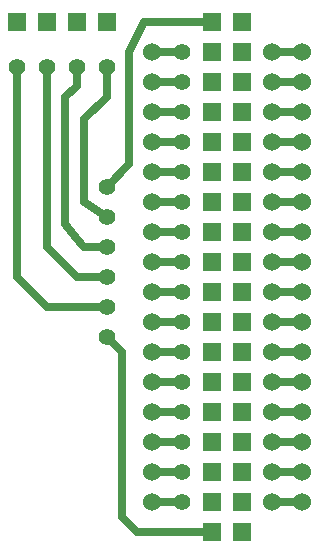
<source format=gbr>
%FSLAX35Y35*%
%MOIN*%
G04 EasyPC Gerber Version 18.0.8 Build 3632 *
%ADD18R,0.06000X0.06000*%
%ADD70C,0.02500*%
%ADD26C,0.05600*%
%ADD22C,0.06000*%
X0Y0D02*
D02*
D18*
X9000Y180250D03*
X19000D03*
X29000D03*
X39000D03*
X74000Y10250D03*
Y20250D03*
Y30250D03*
Y40250D03*
Y50250D03*
Y60250D03*
Y70250D03*
Y80250D03*
Y90250D03*
Y100250D03*
Y110250D03*
Y120250D03*
Y130250D03*
Y140250D03*
Y150250D03*
Y160250D03*
Y170250D03*
Y180250D03*
X84000Y10250D03*
Y20250D03*
Y30250D03*
Y40250D03*
Y50250D03*
Y60250D03*
Y70250D03*
Y80250D03*
Y90250D03*
Y100250D03*
Y110250D03*
Y120250D03*
Y130250D03*
Y140250D03*
Y150250D03*
Y160250D03*
Y170250D03*
Y180250D03*
D02*
D70*
X9000Y165250D02*
Y95250D01*
X19000Y85250*
X39000*
X19000Y165250D02*
Y105250D01*
X29000Y95250*
X39000*
Y105250D02*
X31500D01*
X29000Y107750*
X25250Y112750*
Y155250*
X29000Y159000*
Y165250*
X39000Y125250D02*
X46500Y132750D01*
Y170250*
X51500Y180250*
X39000Y165250D02*
Y155250D01*
X31500Y147750*
Y120250*
X39000Y115250*
X54000Y20250D02*
X64000D01*
X54000Y30250D02*
X64000D01*
X54000Y40250D02*
X64000D01*
X54000Y50250D02*
X64000D01*
X54000Y60250D02*
X64000D01*
X54000Y70250D02*
X64000D01*
X54000Y80250D02*
X64000D01*
X54000Y90250D02*
X64000D01*
X54000Y100250D02*
X64000D01*
X54000Y110250D02*
X64000D01*
X54000Y120250D02*
X64000D01*
X54000Y130250D02*
X64000D01*
X54000Y140250D02*
X64000D01*
X54000Y150250D02*
X64000D01*
X54000Y160250D02*
X64000D01*
X54000Y170250D02*
X64000D01*
X74000Y10250D02*
X49000D01*
X44000Y15250*
Y70250*
X39000Y75250*
X74000Y180250D02*
X51500D01*
X94000Y20250D02*
X104000D01*
X94000Y30250D02*
X104000D01*
X94000Y40250D02*
X104000D01*
X94000Y50250D02*
X104000D01*
X94000Y60250D02*
X104000D01*
X94000Y70250D02*
X104000D01*
X94000Y80250D02*
X104000D01*
X94000Y90250D02*
X104000D01*
X94000Y100250D02*
X104000D01*
X94000Y110250D02*
X104000D01*
X94000Y120250D02*
X104000D01*
X94000Y130250D02*
X104000D01*
X94000Y140250D02*
X104000D01*
X94000Y150250D02*
X104000D01*
X94000Y160250D02*
X104000D01*
X94000Y170250D02*
X104000D01*
D02*
D22*
X54000Y20250D03*
Y30250D03*
Y40250D03*
Y50250D03*
Y60250D03*
Y70250D03*
Y80250D03*
Y90250D03*
Y100250D03*
Y110250D03*
Y120250D03*
Y130250D03*
Y140250D03*
Y150250D03*
Y160250D03*
Y170250D03*
X94000Y20250D03*
Y30250D03*
Y40250D03*
Y50250D03*
Y60250D03*
Y70250D03*
Y80250D03*
Y90250D03*
Y100250D03*
Y110250D03*
Y120250D03*
Y130250D03*
Y140250D03*
Y150250D03*
Y160250D03*
Y170250D03*
X104000Y20250D03*
Y30250D03*
Y40250D03*
Y50250D03*
Y60250D03*
Y70250D03*
Y80250D03*
Y90250D03*
Y100250D03*
Y110250D03*
Y120250D03*
Y130250D03*
Y140250D03*
Y150250D03*
Y160250D03*
Y170250D03*
D02*
D26*
X9000Y165250D03*
X19000D03*
X29000D03*
X39000Y75250D03*
Y85250D03*
Y95250D03*
Y105250D03*
Y115250D03*
Y125250D03*
Y165250D03*
X64000Y20250D03*
Y30250D03*
Y40250D03*
Y50250D03*
Y60250D03*
Y70250D03*
Y80250D03*
Y90250D03*
Y100250D03*
Y110250D03*
Y120250D03*
Y130250D03*
Y140250D03*
Y150250D03*
Y160250D03*
Y170250D03*
X0Y0D02*
M02*

</source>
